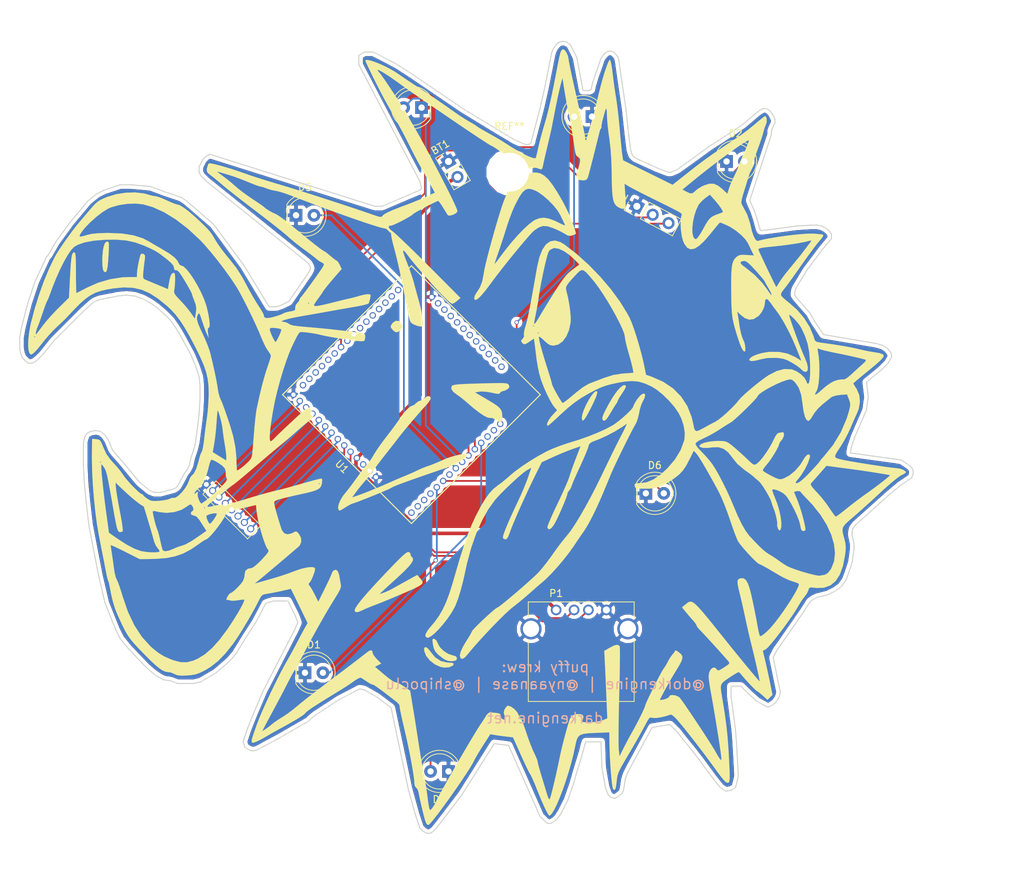
<source format=kicad_pcb>
(kicad_pcb (version 4) (host pcbnew 4.0.5)
  (layers (0 F.Cu signal) (31 B.Cu signal) (34 B.Paste user hide) (35 F.Paste user hide) (36 B.SilkS user) (37 F.SilkS user) (38 B.Mask user) (39 F.Mask user) (44 Edge.Cuts user))
  (net 0 "")
  (net 1 GND)
  (net 2 +5V)
  (net 3 "Net-(D1-Pad2)")
  (net 4 "Net-(D2-Pad2)")
  (net 5 "Net-(D3-Pad2)")
  (net 6 "Net-(D4-Pad2)")
  (net 7 "Net-(D5-Pad2)")
  (net 8 "Net-(D6-Pad2)")
  (net 9 "Net-(D7-Pad2)")
  (net 10 "Net-(P1-Pad3)")
  (net 11 "Net-(P1-Pad2)")
  (net 12 "Net-(P2-Pad2)")
  (net 13 "Net-(P2-Pad3)")
  (net 14 "Net-(P3-Pad2)")
  (net 15 "Net-(P3-Pad3)")
  (net 16 "Net-(P3-Pad4)")
  (net 17 "Net-(P3-Pad5)")
  (net 18 "Net-(P3-Pad6)")
  (net 19 "Net-(P3-Pad7)")
  (net 20 "Net-(P3-Pad8)")
  (module Socket_Strips:Socket_Strip_Straight_1x02_Pitch2.54mm (layer F.Cu) (at 101.6 66.04 30)
    (fp_text reference BT1 (at 0 -2.33 30) (layer F.SilkS))
    (fp_text value Battery)
    (pad 1 thru_hole rect (at 0 0 30) (size 1.7 1.7) (drill 1) (layers *.Cu *.Mask) (net 1 GND))
    (pad 2 thru_hole oval (at 0 2.54 30) (size 1.7 1.7) (drill 1) (layers *.Cu *.Mask) (net 2 +5V))
  )
  (module LEDs:LED_D5.0mm (layer F.Cu) (at 81.28 138.43)
    (fp_text reference D1 (at 1.27 -3.96) (layer F.SilkS))
    (fp_text value LED)
    (pad 1 thru_hole rect (at 0 0) (size 1.8 1.8) (drill 0.9) (layers *.Cu *.Mask) (net 1 GND))
    (pad 2 thru_hole circle (at 2.54 0) (size 1.8 1.8) (drill 0.9) (layers *.Cu *.Mask) (net 3 "Net-(D1-Pad2)"))
  )
  (module LEDs:LED_D5.0mm (layer F.Cu) (at 140.97 66.04)
    (fp_text reference D2 (at 1.27 -3.96) (layer F.SilkS))
    (fp_text value LED)
    (pad 1 thru_hole rect (at 0 0) (size 1.8 1.8) (drill 0.9) (layers *.Cu *.Mask) (net 1 GND))
    (pad 2 thru_hole circle (at 2.54 0) (size 1.8 1.8) (drill 0.9) (layers *.Cu *.Mask) (net 4 "Net-(D2-Pad2)"))
  )
  (module LEDs:LED_D5.0mm (layer F.Cu) (at 121.92 59.69 180)
    (fp_text reference D3 (at 1.27 -3.96 180) (layer F.SilkS))
    (fp_text value LED)
    (pad 1 thru_hole rect (at 0 0 180) (size 1.8 1.8) (drill 0.9) (layers *.Cu *.Mask) (net 1 GND))
    (pad 2 thru_hole circle (at 2.54 0 180) (size 1.8 1.8) (drill 0.9) (layers *.Cu *.Mask) (net 5 "Net-(D3-Pad2)"))
  )
  (module LEDs:LED_D5.0mm (layer F.Cu) (at 97.79 58.42 180)
    (fp_text reference D4 (at 1.27 -3.96 180) (layer F.SilkS))
    (fp_text value LED)
    (pad 1 thru_hole rect (at 0 0 180) (size 1.8 1.8) (drill 0.9) (layers *.Cu *.Mask) (net 1 GND))
    (pad 2 thru_hole circle (at 2.54 0 180) (size 1.8 1.8) (drill 0.9) (layers *.Cu *.Mask) (net 6 "Net-(D4-Pad2)"))
  )
  (module LEDs:LED_D5.0mm (layer F.Cu) (at 80.01 73.66)
    (fp_text reference D5 (at 1.27 -3.96) (layer F.SilkS))
    (fp_text value LED)
    (pad 1 thru_hole rect (at 0 0) (size 1.8 1.8) (drill 0.9) (layers *.Cu *.Mask) (net 1 GND))
    (pad 2 thru_hole circle (at 2.54 0) (size 1.8 1.8) (drill 0.9) (layers *.Cu *.Mask) (net 7 "Net-(D5-Pad2)"))
  )
  (module LEDs:LED_D5.0mm (layer F.Cu) (at 129.54 113.03)
    (fp_text reference D6 (at 1.27 -3.96) (layer F.SilkS))
    (fp_text value LED)
    (pad 1 thru_hole rect (at 0 0) (size 1.8 1.8) (drill 0.9) (layers *.Cu *.Mask) (net 1 GND))
    (pad 2 thru_hole circle (at 2.54 0) (size 1.8 1.8) (drill 0.9) (layers *.Cu *.Mask) (net 8 "Net-(D6-Pad2)"))
  )
  (module LEDs:LED_D5.0mm (layer F.Cu) (at 101.6 152.4 180)
    (fp_text reference D7 (at 1.27 -3.96 180) (layer F.SilkS))
    (fp_text value LED)
    (pad 1 thru_hole rect (at 0 0 180) (size 1.8 1.8) (drill 0.9) (layers *.Cu *.Mask) (net 1 GND))
    (pad 2 thru_hole circle (at 2.54 0 180) (size 1.8 1.8) (drill 0.9) (layers *.Cu *.Mask) (net 9 "Net-(D7-Pad2)"))
  )
  (module Connectors:USB_A (layer F.Cu) (at 116.84 129.54)
    (fp_text reference P1 (at 0 -2.35) (layer F.SilkS))
    (fp_text value USB_A)
    (pad 4 thru_hole circle (at 7.11 0 270) (size 1.5 1.5) (drill 1) (layers *.Cu *.Mask) (net 1 GND))
    (pad 3 thru_hole circle (at 4.57 0 270) (size 1.5 1.5) (drill 1) (layers *.Cu *.Mask) (net 10 "Net-(P1-Pad3)"))
    (pad 2 thru_hole circle (at 2.54 0 270) (size 1.5 1.5) (drill 1) (layers *.Cu *.Mask) (net 11 "Net-(P1-Pad2)"))
    (pad 1 thru_hole circle (at 0 0 270) (size 1.5 1.5) (drill 1) (layers *.Cu *.Mask) (net 2 +5V))
    (pad 5 thru_hole circle (at 10.16 2.67 270) (size 3 3) (drill 2.3) (layers *.Cu *.Mask) (net 1 GND))
    (pad 5 thru_hole circle (at -3.56 2.67 270) (size 3 3) (drill 2.3) (layers *.Cu *.Mask) (net 1 GND))
  )
  (module Socket_Strips:Socket_Strip_Straight_1x03_Pitch2.54mm (layer F.Cu) (at 128.27 72.39 62)
    (fp_text reference P2 (at 0 -2.33 62) (layer F.SilkS))
    (fp_text value CONN_01X03)
    (pad 1 thru_hole rect (at 0 0 62) (size 1.7 1.7) (drill 1) (layers *.Cu *.Mask) (net 1 GND))
    (pad 2 thru_hole oval (at 0 2.54 62) (size 1.7 1.7) (drill 1) (layers *.Cu *.Mask) (net 12 "Net-(P2-Pad2)"))
    (pad 3 thru_hole oval (at 0 5.08 62) (size 1.7 1.7) (drill 1) (layers *.Cu *.Mask) (net 13 "Net-(P2-Pad3)"))
  )
  (module vocore:Vocore2 (layer F.Cu) (at 78.105 99.06 315)
    (fp_text reference U1 (at 13.1572 1.27 315) (layer F.SilkS))
    (fp_text value Vocore2)
    (pad 7 thru_hole circle (at 24.7142 -1.0922 315) (size 0.9144 0.9144) (drill 0.6096) (layers *.Cu *.Mask))
    (pad 44 thru_hole circle (at 1.0922 -10.6172 315) (size 0.9144 0.9144) (drill 0.6096) (layers *.Cu *.Mask) (net 12 "Net-(P2-Pad2)"))
    (pad 8 thru_hole circle (at 5.1562 -24.7142 315) (size 0.9144 0.9144) (drill 0.6096) (layers *.Cu *.Mask) (net 1 GND))
    (pad 28 thru_hole circle (at 6.4262 -24.7142 315) (size 0.9144 0.9144) (drill 0.6096) (layers *.Cu *.Mask))
    (pad 26 thru_hole circle (at 8.9662 -24.7142 315) (size 0.9144 0.9144) (drill 0.6096) (layers *.Cu *.Mask))
    (pad 25 thru_hole circle (at 7.6962 -24.7142 315) (size 0.9144 0.9144) (drill 0.6096) (layers *.Cu *.Mask))
    (pad 21 thru_hole circle (at 12.7762 -24.7142 315) (size 0.9144 0.9144) (drill 0.6096) (layers *.Cu *.Mask))
    (pad 20 thru_hole circle (at 14.0462 -24.7142 315) (size 0.9144 0.9144) (drill 0.6096) (layers *.Cu *.Mask))
    (pad 24 thru_hole circle (at 11.5062 -24.7142 315) (size 0.9144 0.9144) (drill 0.6096) (layers *.Cu *.Mask))
    (pad 27 thru_hole circle (at 10.2362 -24.7142 315) (size 0.9144 0.9144) (drill 0.6096) (layers *.Cu *.Mask))
    (pad 16 thru_hole circle (at 17.8562 -24.7142 315) (size 0.9144 0.9144) (drill 0.6096) (layers *.Cu *.Mask))
    (pad 17 thru_hole circle (at 19.1262 -24.7142 315) (size 0.9144 0.9144) (drill 0.6096) (layers *.Cu *.Mask))
    (pad 19 thru_hole circle (at 15.3162 -24.7142 315) (size 0.9144 0.9144) (drill 0.6096) (layers *.Cu *.Mask))
    (pad 18 thru_hole circle (at 16.5862 -24.7142 315) (size 0.9144 0.9144) (drill 0.6096) (layers *.Cu *.Mask))
    (pad 62 thru_hole circle (at 12.5222 -1.0922 315) (size 0.9144 0.9144) (drill 0.6096) (layers *.Cu *.Mask) (net 11 "Net-(P1-Pad2)"))
    (pad 61 thru_hole circle (at 11.2522 -1.0922 315) (size 0.9144 0.9144) (drill 0.6096) (layers *.Cu *.Mask) (net 10 "Net-(P1-Pad3)"))
    (pad 12 thru_hole circle (at 16.3322 -1.0922 315) (size 0.9144 0.9144) (drill 0.6096) (layers *.Cu *.Mask))
    (pad 13 thru_hole circle (at 17.6022 -1.0922 315) (size 0.9144 0.9144) (drill 0.6096) (layers *.Cu *.Mask) (net 1 GND))
    (pad 11 thru_hole circle (at 15.0622 -1.0922 315) (size 0.9144 0.9144) (drill 0.6096) (layers *.Cu *.Mask))
    (pad 10 thru_hole circle (at 13.7922 -1.0922 315) (size 0.9144 0.9144) (drill 0.6096) (layers *.Cu *.Mask) (net 2 +5V))
    (pad 55 thru_hole circle (at 6.1722 -1.0922 315) (size 0.9144 0.9144) (drill 0.6096) (layers *.Cu *.Mask) (net 17 "Net-(P3-Pad5)"))
    (pad 56 thru_hole circle (at 7.4422 -1.0922 315) (size 0.9144 0.9144) (drill 0.6096) (layers *.Cu *.Mask) (net 18 "Net-(P3-Pad6)"))
    (pad 9 thru_hole circle (at 9.9822 -1.0922 315) (size 0.9144 0.9144) (drill 0.6096) (layers *.Cu *.Mask) (net 20 "Net-(P3-Pad8)"))
    (pad 57 thru_hole circle (at 8.7122 -1.0922 315) (size 0.9144 0.9144) (drill 0.6096) (layers *.Cu *.Mask) (net 19 "Net-(P3-Pad7)"))
    (pad 52 thru_hole circle (at 3.6322 -1.0922 315) (size 0.9144 0.9144) (drill 0.6096) (layers *.Cu *.Mask) (net 15 "Net-(P3-Pad3)"))
    (pad 54 thru_hole circle (at 4.9022 -1.0922 315) (size 0.9144 0.9144) (drill 0.6096) (layers *.Cu *.Mask) (net 16 "Net-(P3-Pad4)"))
    (pad 51 thru_hole circle (at 2.3622 -1.0922 315) (size 0.9144 0.9144) (drill 0.6096) (layers *.Cu *.Mask) (net 14 "Net-(P3-Pad2)"))
    (pad 6 thru_hole circle (at 24.7142 -2.3622 315) (size 0.9144 0.9144) (drill 0.6096) (layers *.Cu *.Mask))
    (pad 5 thru_hole circle (at 24.7142 -3.6322 315) (size 0.9144 0.9144) (drill 0.6096) (layers *.Cu *.Mask))
    (pad 136 thru_hole circle (at 24.7142 -6.1722 315) (size 0.9144 0.9144) (drill 0.6096) (layers *.Cu *.Mask) (net 9 "Net-(D7-Pad2)"))
    (pad 4 thru_hole circle (at 24.7142 -4.9022 315) (size 0.9144 0.9144) (drill 0.6096) (layers *.Cu *.Mask))
    (pad 142 thru_hole circle (at 24.7142 -9.9822 315) (size 0.9144 0.9144) (drill 0.6096) (layers *.Cu *.Mask) (net 7 "Net-(D5-Pad2)"))
    (pad 143 thru_hole circle (at 24.7142 -11.2522 315) (size 0.9144 0.9144) (drill 0.6096) (layers *.Cu *.Mask) (net 6 "Net-(D4-Pad2)"))
    (pad 138 thru_hole circle (at 24.7142 -8.7122 315) (size 0.9144 0.9144) (drill 0.6096) (layers *.Cu *.Mask))
    (pad 137 thru_hole circle (at 24.7142 -7.4422 315) (size 0.9144 0.9144) (drill 0.6096) (layers *.Cu *.Mask) (net 8 "Net-(D6-Pad2)"))
    (pad 148 thru_hole circle (at 24.7142 -17.6022 315) (size 0.9144 0.9144) (drill 0.6096) (layers *.Cu *.Mask))
    (pad 3 thru_hole circle (at 24.7142 -18.8722 315) (size 0.9144 0.9144) (drill 0.6096) (layers *.Cu *.Mask))
    (pad 141 thru_hole circle (at 24.7142 -15.0622 315) (size 0.9144 0.9144) (drill 0.6096) (layers *.Cu *.Mask) (net 3 "Net-(D1-Pad2)"))
    (pad 147 thru_hole circle (at 24.7142 -16.3322 315) (size 0.9144 0.9144) (drill 0.6096) (layers *.Cu *.Mask))
    (pad 140 thru_hole circle (at 24.7142 -13.7922 315) (size 0.9144 0.9144) (drill 0.6096) (layers *.Cu *.Mask) (net 4 "Net-(D2-Pad2)"))
    (pad 139 thru_hole circle (at 24.7142 -12.5222 315) (size 0.9144 0.9144) (drill 0.6096) (layers *.Cu *.Mask) (net 5 "Net-(D3-Pad2)"))
    (pad 1 thru_hole circle (at 1.0922 -22.0472 315) (size 0.9144 0.9144) (drill 0.6096) (layers *.Cu *.Mask))
    (pad 43 thru_hole circle (at 1.0922 -11.8872 315) (size 0.9144 0.9144) (drill 0.6096) (layers *.Cu *.Mask) (net 13 "Net-(P2-Pad3)"))
    (pad 36 thru_hole circle (at 1.0922 -13.1572 315) (size 0.9144 0.9144) (drill 0.6096) (layers *.Cu *.Mask))
    (pad 34 thru_hole circle (at 1.0922 -15.6972 315) (size 0.9144 0.9144) (drill 0.6096) (layers *.Cu *.Mask))
    (pad 35 thru_hole circle (at 1.0922 -14.4272 315) (size 0.9144 0.9144) (drill 0.6096) (layers *.Cu *.Mask))
    (pad 31 thru_hole circle (at 1.0922 -19.5072 315) (size 0.9144 0.9144) (drill 0.6096) (layers *.Cu *.Mask))
    (pad 30 thru_hole circle (at 1.0922 -20.7772 315) (size 0.9144 0.9144) (drill 0.6096) (layers *.Cu *.Mask))
    (pad 29 thru_hole circle (at 1.0922 -18.2372 315) (size 0.9144 0.9144) (drill 0.6096) (layers *.Cu *.Mask))
    (pad 33 thru_hole circle (at 1.0922 -16.9672 315) (size 0.9144 0.9144) (drill 0.6096) (layers *.Cu *.Mask))
    (pad 48 thru_hole circle (at 1.0922 -5.5372 315) (size 0.9144 0.9144) (drill 0.6096) (layers *.Cu *.Mask))
    (pad 47 thru_hole circle (at 1.0922 -6.8072 315) (size 0.9144 0.9144) (drill 0.6096) (layers *.Cu *.Mask))
    (pad 45 thru_hole circle (at 1.0922 -9.3472 315) (size 0.9144 0.9144) (drill 0.6096) (layers *.Cu *.Mask))
    (pad 46 thru_hole circle (at 1.0922 -8.0772 315) (size 0.9144 0.9144) (drill 0.6096) (layers *.Cu *.Mask))
    (pad 50 thru_hole circle (at 1.0922 -2.9972 315) (size 0.9144 0.9144) (drill 0.6096) (layers *.Cu *.Mask))
    (pad 49 thru_hole circle (at 1.0922 -4.2672 315) (size 0.9144 0.9144) (drill 0.6096) (layers *.Cu *.Mask))
    (pad 2 thru_hole circle (at 1.0922 -1.0922 315) (size 0.9144 0.9144) (drill 0.6096) (layers *.Cu *.Mask) (net 1 GND))
  )
  (module puffy:puffy (layer F.Cu) (at 102.87 104.14)
    (fp_text reference G*** hide)
    (fp_text value LOGO hide)
  )
  (module Socket_Strips:Socket_Strip_Straight_1x08_Pitch1.27mm (layer F.Cu) (at 67.31 111.76 45)
    (fp_text reference P3 (at 0 -1.695 45) (layer F.SilkS))
    (fp_text value CONN_01X08)
    (pad 1 thru_hole rect (at 0 0 45) (size 1 1) (drill 0.7) (layers *.Cu *.Mask) (net 1 GND))
    (pad 2 thru_hole oval (at 0 1.27 45) (size 1 1) (drill 0.7) (layers *.Cu *.Mask) (net 14 "Net-(P3-Pad2)"))
    (pad 3 thru_hole oval (at 0 2.54 45) (size 1 1) (drill 0.7) (layers *.Cu *.Mask) (net 15 "Net-(P3-Pad3)"))
    (pad 4 thru_hole oval (at 0 3.81 45) (size 1 1) (drill 0.7) (layers *.Cu *.Mask) (net 16 "Net-(P3-Pad4)"))
    (pad 5 thru_hole oval (at 0 5.08 45) (size 1 1) (drill 0.7) (layers *.Cu *.Mask) (net 17 "Net-(P3-Pad5)"))
    (pad 6 thru_hole oval (at 0 6.35 45) (size 1 1) (drill 0.7) (layers *.Cu *.Mask) (net 18 "Net-(P3-Pad6)"))
    (pad 7 thru_hole oval (at 0 7.62 45) (size 1 1) (drill 0.7) (layers *.Cu *.Mask) (net 19 "Net-(P3-Pad7)"))
    (pad 8 thru_hole oval (at 0 8.89 45) (size 1 1) (drill 0.7) (layers *.Cu *.Mask) (net 20 "Net-(P3-Pad8)"))
  )
  (module Mounting_Holes:MountingHole_5.5mm (layer F.Cu) (at 110.236 67.564)
    (fp_text reference REF** (at 0 -6.5) (layer F.SilkS))
    (fp_text value MountingHole_5.5mm)
    (pad 1 np_thru_hole circle (at 0 0) (size 5.5 5.5) (drill 5.5) (layers *.Cu *.Mask))
  )
  (gr_line (start 91.948 51.054) (end 90.932 50.546) (angle 90) (layer Edge.Cuts) (width 0.15))
  (gr_line (start 94.361 52.324) (end 91.948 51.054) (angle 90) (layer Edge.Cuts) (width 0.15))
  (gr_line (start 96.52 53.721) (end 94.361 52.324) (angle 90) (layer Edge.Cuts) (width 0.15))
  (gr_line (start 100.076 56.134) (end 96.52 53.721) (angle 90) (layer Edge.Cuts) (width 0.15))
  (gr_line (start 103.632 58.547) (end 100.076 56.134) (angle 90) (layer Edge.Cuts) (width 0.15))
  (gr_line (start 108.839 61.722) (end 103.632 58.547) (angle 90) (layer Edge.Cuts) (width 0.15))
  (gr_line (start 110.998 62.992) (end 108.839 61.722) (angle 90) (layer Edge.Cuts) (width 0.15))
  (gr_line (start 112.141 63.5) (end 110.998 62.992) (angle 90) (layer Edge.Cuts) (width 0.15))
  (gr_line (start 112.522 63.627) (end 112.141 63.5) (angle 90) (layer Edge.Cuts) (width 0.15))
  (gr_line (start 113.03 63.627) (end 112.522 63.627) (angle 90) (layer Edge.Cuts) (width 0.15))
  (gr_line (start 113.284 63.373) (end 113.03 63.627) (angle 90) (layer Edge.Cuts) (width 0.15))
  (gr_line (start 114.554 58.547) (end 113.284 63.373) (angle 90) (layer Edge.Cuts) (width 0.15))
  (gr_line (start 115.189 55.753) (end 114.554 58.547) (angle 90) (layer Edge.Cuts) (width 0.15))
  (gr_line (start 116.205 50.673) (end 115.189 55.753) (angle 90) (layer Edge.Cuts) (width 0.15))
  (gr_line (start 116.459 50.038) (end 116.205 50.673) (angle 90) (layer Edge.Cuts) (width 0.15))
  (gr_line (start 116.84 49.53) (end 116.459 50.038) (angle 90) (layer Edge.Cuts) (width 0.15))
  (gr_line (start 117.221 49.149) (end 116.84 49.53) (angle 90) (layer Edge.Cuts) (width 0.15))
  (gr_line (start 117.856 49.022) (end 117.221 49.149) (angle 90) (layer Edge.Cuts) (width 0.15))
  (gr_line (start 118.364 49.149) (end 117.856 49.022) (angle 90) (layer Edge.Cuts) (width 0.15))
  (gr_line (start 118.872 49.53) (end 118.364 49.149) (angle 90) (layer Edge.Cuts) (width 0.15))
  (gr_line (start 119.253 50.292) (end 118.872 49.53) (angle 90) (layer Edge.Cuts) (width 0.15))
  (gr_line (start 119.761 51.308) (end 119.253 50.292) (angle 90) (layer Edge.Cuts) (width 0.15))
  (gr_line (start 120.65 56.007) (end 119.761 51.308) (angle 90) (layer Edge.Cuts) (width 0.15))
  (gr_line (start 121.539 56.007) (end 120.65 56.007) (angle 90) (layer Edge.Cuts) (width 0.15))
  (gr_line (start 121.793 55.88) (end 121.539 56.007) (angle 90) (layer Edge.Cuts) (width 0.15))
  (gr_line (start 121.92 55.245) (end 121.793 55.88) (angle 90) (layer Edge.Cuts) (width 0.15))
  (gr_line (start 122.301 53.975) (end 121.92 55.245) (angle 90) (layer Edge.Cuts) (width 0.15))
  (gr_line (start 122.809 52.578) (end 122.301 53.975) (angle 90) (layer Edge.Cuts) (width 0.15))
  (gr_line (start 123.19 51.435) (end 122.809 52.578) (angle 90) (layer Edge.Cuts) (width 0.15))
  (gr_line (start 123.571 50.927) (end 123.19 51.435) (angle 90) (layer Edge.Cuts) (width 0.15))
  (gr_line (start 123.825 50.673) (end 123.571 50.927) (angle 90) (layer Edge.Cuts) (width 0.15))
  (gr_line (start 124.206 50.419) (end 123.825 50.673) (angle 90) (layer Edge.Cuts) (width 0.15))
  (gr_line (start 124.587 50.419) (end 124.206 50.419) (angle 90) (layer Edge.Cuts) (width 0.15))
  (gr_line (start 124.968 50.546) (end 124.587 50.419) (angle 90) (layer Edge.Cuts) (width 0.15))
  (gr_line (start 125.349 50.927) (end 124.968 50.546) (angle 90) (layer Edge.Cuts) (width 0.15))
  (gr_line (start 125.603 51.308) (end 125.349 50.927) (angle 90) (layer Edge.Cuts) (width 0.15))
  (gr_line (start 125.73 51.816) (end 125.603 51.308) (angle 90) (layer Edge.Cuts) (width 0.15))
  (gr_line (start 125.984 53.594) (end 125.73 51.816) (angle 90) (layer Edge.Cuts) (width 0.15))
  (gr_line (start 126.746 58.801) (end 125.984 53.594) (angle 90) (layer Edge.Cuts) (width 0.15))
  (gr_line (start 127.127 62.357) (end 126.746 58.801) (angle 90) (layer Edge.Cuts) (width 0.15))
  (gr_line (start 127.381 64.389) (end 127.127 62.357) (angle 90) (layer Edge.Cuts) (width 0.15))
  (gr_line (start 127.508 64.77) (end 127.381 64.389) (angle 90) (layer Edge.Cuts) (width 0.15))
  (gr_line (start 127.635 65.151) (end 127.508 64.77) (angle 90) (layer Edge.Cuts) (width 0.15))
  (gr_line (start 128.016 65.532) (end 127.635 65.151) (angle 90) (layer Edge.Cuts) (width 0.15))
  (gr_line (start 131.064 66.929) (end 128.016 65.532) (angle 90) (layer Edge.Cuts) (width 0.15))
  (gr_line (start 132.715 67.564) (end 131.064 66.929) (angle 90) (layer Edge.Cuts) (width 0.15))
  (gr_line (start 133.096 67.564) (end 132.715 67.564) (angle 90) (layer Edge.Cuts) (width 0.15))
  (gr_line (start 133.985 67.183) (end 133.096 67.564) (angle 90) (layer Edge.Cuts) (width 0.15))
  (gr_line (start 135.763 65.913) (end 133.985 67.183) (angle 90) (layer Edge.Cuts) (width 0.15))
  (gr_line (start 138.557 63.881) (end 135.763 65.913) (angle 90) (layer Edge.Cuts) (width 0.15))
  (gr_line (start 139.954 62.992) (end 138.557 63.881) (angle 90) (layer Edge.Cuts) (width 0.15))
  (gr_line (start 140.716 62.484) (end 139.954 62.992) (angle 90) (layer Edge.Cuts) (width 0.15))
  (gr_line (start 142.113 61.595) (end 140.716 62.484) (angle 90) (layer Edge.Cuts) (width 0.15))
  (gr_line (start 143.383 60.706) (end 142.113 61.595) (angle 90) (layer Edge.Cuts) (width 0.15))
  (gr_line (start 145.161 59.182) (end 143.383 60.706) (angle 90) (layer Edge.Cuts) (width 0.15))
  (gr_line (start 145.669 58.801) (end 145.161 59.182) (angle 90) (layer Edge.Cuts) (width 0.15))
  (gr_line (start 146.177 58.547) (end 145.669 58.801) (angle 90) (layer Edge.Cuts) (width 0.15))
  (gr_line (start 146.558 58.547) (end 146.177 58.547) (angle 90) (layer Edge.Cuts) (width 0.15))
  (gr_line (start 147.066 58.801) (end 146.558 58.547) (angle 90) (layer Edge.Cuts) (width 0.15))
  (gr_line (start 147.447 59.309) (end 147.066 58.801) (angle 90) (layer Edge.Cuts) (width 0.15))
  (gr_line (start 147.828 60.071) (end 147.447 59.309) (angle 90) (layer Edge.Cuts) (width 0.15))
  (gr_line (start 147.828 60.579) (end 147.828 60.071) (angle 90) (layer Edge.Cuts) (width 0.15))
  (gr_line (start 147.447 61.341) (end 147.828 60.579) (angle 90) (layer Edge.Cuts) (width 0.15))
  (gr_line (start 147.32 61.722) (end 147.447 61.341) (angle 90) (layer Edge.Cuts) (width 0.15))
  (gr_line (start 147.32 62.23) (end 147.32 61.722) (angle 90) (layer Edge.Cuts) (width 0.15))
  (gr_line (start 144.272 71.501) (end 147.32 62.23) (angle 90) (layer Edge.Cuts) (width 0.15))
  (gr_line (start 144.399 71.882) (end 144.272 71.501) (angle 90) (layer Edge.Cuts) (width 0.15))
  (gr_line (start 144.907 73.025) (end 144.399 71.882) (angle 90) (layer Edge.Cuts) (width 0.15))
  (gr_line (start 145.288 74.168) (end 144.907 73.025) (angle 90) (layer Edge.Cuts) (width 0.15))
  (gr_line (start 145.669 75.565) (end 145.288 74.168) (angle 90) (layer Edge.Cuts) (width 0.15))
  (gr_line (start 145.796 75.819) (end 145.669 75.565) (angle 90) (layer Edge.Cuts) (width 0.15))
  (gr_line (start 146.05 75.819) (end 145.796 75.819) (angle 90) (layer Edge.Cuts) (width 0.15))
  (gr_line (start 148.082 75.565) (end 146.05 75.819) (angle 90) (layer Edge.Cuts) (width 0.15))
  (gr_line (start 150.876 75.184) (end 148.082 75.565) (angle 90) (layer Edge.Cuts) (width 0.15))
  (gr_line (start 152.908 75.057) (end 150.876 75.184) (angle 90) (layer Edge.Cuts) (width 0.15))
  (gr_line (start 153.797 75.057) (end 152.908 75.057) (angle 90) (layer Edge.Cuts) (width 0.15))
  (gr_line (start 154.432 75.184) (end 153.797 75.057) (angle 90) (layer Edge.Cuts) (width 0.15))
  (gr_line (start 154.94 75.438) (end 154.432 75.184) (angle 90) (layer Edge.Cuts) (width 0.15))
  (gr_line (start 155.448 75.819) (end 154.94 75.438) (angle 90) (layer Edge.Cuts) (width 0.15))
  (gr_line (start 155.829 76.327) (end 155.448 75.819) (angle 90) (layer Edge.Cuts) (width 0.15))
  (gr_line (start 155.829 76.962) (end 155.829 76.327) (angle 90) (layer Edge.Cuts) (width 0.15))
  (gr_line (start 154.559 78.486) (end 155.829 76.962) (angle 90) (layer Edge.Cuts) (width 0.15))
  (gr_line (start 152.273 81.534) (end 154.559 78.486) (angle 90) (layer Edge.Cuts) (width 0.15))
  (gr_line (start 150.749 84.074) (end 152.273 81.534) (angle 90) (layer Edge.Cuts) (width 0.15))
  (gr_line (start 150.622 84.582) (end 150.749 84.074) (angle 90) (layer Edge.Cuts) (width 0.15))
  (gr_line (start 150.622 84.963) (end 150.622 84.582) (angle 90) (layer Edge.Cuts) (width 0.15))
  (gr_line (start 150.876 85.344) (end 150.622 84.963) (angle 90) (layer Edge.Cuts) (width 0.15))
  (gr_line (start 152.781 87.503) (end 150.876 85.344) (angle 90) (layer Edge.Cuts) (width 0.15))
  (gr_line (start 153.416 88.646) (end 152.781 87.503) (angle 90) (layer Edge.Cuts) (width 0.15))
  (gr_line (start 154.686 90.551) (end 153.416 88.646) (angle 90) (layer Edge.Cuts) (width 0.15))
  (gr_line (start 162.179 91.821) (end 154.686 90.551) (angle 90) (layer Edge.Cuts) (width 0.15))
  (gr_line (start 163.068 92.075) (end 162.179 91.821) (angle 90) (layer Edge.Cuts) (width 0.15))
  (gr_line (start 163.703 92.456) (end 163.068 92.075) (angle 90) (layer Edge.Cuts) (width 0.15))
  (gr_line (start 164.211 93.091) (end 163.703 92.456) (angle 90) (layer Edge.Cuts) (width 0.15))
  (gr_line (start 164.338 93.472) (end 164.211 93.091) (angle 90) (layer Edge.Cuts) (width 0.15))
  (gr_line (start 164.338 93.726) (end 164.338 93.472) (angle 90) (layer Edge.Cuts) (width 0.15))
  (gr_line (start 163.83 94.615) (end 164.338 93.726) (angle 90) (layer Edge.Cuts) (width 0.15))
  (gr_line (start 162.814 95.631) (end 163.83 94.615) (angle 90) (layer Edge.Cuts) (width 0.15))
  (gr_line (start 160.782 97.282) (end 162.814 95.631) (angle 90) (layer Edge.Cuts) (width 0.15))
  (gr_line (start 161.036 99.441) (end 160.782 97.282) (angle 90) (layer Edge.Cuts) (width 0.15))
  (gr_line (start 160.909 100.203) (end 161.036 99.441) (angle 90) (layer Edge.Cuts) (width 0.15))
  (gr_line (start 160.782 101.219) (end 160.909 100.203) (angle 90) (layer Edge.Cuts) (width 0.15))
  (gr_line (start 159.131 105.029) (end 160.782 101.219) (angle 90) (layer Edge.Cuts) (width 0.15))
  (gr_line (start 158.623 106.553) (end 159.131 105.029) (angle 90) (layer Edge.Cuts) (width 0.15))
  (gr_line (start 158.496 107.315) (end 158.623 106.553) (angle 90) (layer Edge.Cuts) (width 0.15))
  (gr_line (start 164.973 108.204) (end 158.496 107.315) (angle 90) (layer Edge.Cuts) (width 0.15))
  (gr_line (start 165.735 108.331) (end 164.973 108.204) (angle 90) (layer Edge.Cuts) (width 0.15))
  (gr_line (start 166.878 109.093) (end 165.735 108.331) (angle 90) (layer Edge.Cuts) (width 0.15))
  (gr_line (start 167.132 109.347) (end 166.878 109.093) (angle 90) (layer Edge.Cuts) (width 0.15))
  (gr_line (start 167.386 109.728) (end 167.132 109.347) (angle 90) (layer Edge.Cuts) (width 0.15))
  (gr_line (start 167.386 110.363) (end 167.386 109.728) (angle 90) (layer Edge.Cuts) (width 0.15))
  (gr_line (start 167.132 110.871) (end 167.386 110.363) (angle 90) (layer Edge.Cuts) (width 0.15))
  (gr_line (start 165.608 111.887) (end 167.132 110.871) (angle 90) (layer Edge.Cuts) (width 0.15))
  (gr_line (start 164.084 113.157) (end 165.608 111.887) (angle 90) (layer Edge.Cuts) (width 0.15))
  (gr_line (start 159.258 117.475) (end 164.084 113.157) (angle 90) (layer Edge.Cuts) (width 0.15))
  (gr_line (start 158.877 117.983) (end 159.258 117.475) (angle 90) (layer Edge.Cuts) (width 0.15))
  (gr_line (start 158.75 118.491) (end 158.877 117.983) (angle 90) (layer Edge.Cuts) (width 0.15))
  (gr_line (start 158.75 118.999) (end 158.75 118.491) (angle 90) (layer Edge.Cuts) (width 0.15))
  (gr_line (start 159.004 120.142) (end 158.75 118.999) (angle 90) (layer Edge.Cuts) (width 0.15))
  (gr_line (start 159.004 121.031) (end 159.004 120.142) (angle 90) (layer Edge.Cuts) (width 0.15))
  (gr_line (start 158.75 122.809) (end 159.004 121.031) (angle 90) (layer Edge.Cuts) (width 0.15))
  (gr_line (start 158.242 124.333) (end 158.75 122.809) (angle 90) (layer Edge.Cuts) (width 0.15))
  (gr_line (start 157.861 125.349) (end 158.242 124.333) (angle 90) (layer Edge.Cuts) (width 0.15))
  (gr_line (start 157.226 126.238) (end 157.861 125.349) (angle 90) (layer Edge.Cuts) (width 0.15))
  (gr_line (start 156.337 126.873) (end 157.226 126.238) (angle 90) (layer Edge.Cuts) (width 0.15))
  (gr_line (start 155.321 127.381) (end 156.337 126.873) (angle 90) (layer Edge.Cuts) (width 0.15))
  (gr_line (start 153.797 127.762) (end 155.321 127.381) (angle 90) (layer Edge.Cuts) (width 0.15))
  (gr_line (start 153.289 128.016) (end 153.797 127.762) (angle 90) (layer Edge.Cuts) (width 0.15))
  (gr_line (start 152.781 128.397) (end 153.289 128.016) (angle 90) (layer Edge.Cuts) (width 0.15))
  (gr_line (start 151.892 129.794) (end 152.781 128.397) (angle 90) (layer Edge.Cuts) (width 0.15))
  (gr_line (start 148.717 134.366) (end 151.892 129.794) (angle 90) (layer Edge.Cuts) (width 0.15))
  (gr_line (start 148.082 135.255) (end 148.717 134.366) (angle 90) (layer Edge.Cuts) (width 0.15))
  (gr_line (start 147.701 136.017) (end 148.082 135.255) (angle 90) (layer Edge.Cuts) (width 0.15))
  (gr_line (start 147.574 136.271) (end 147.701 136.017) (angle 90) (layer Edge.Cuts) (width 0.15))
  (gr_line (start 148.463 140.589) (end 147.574 136.271) (angle 90) (layer Edge.Cuts) (width 0.15))
  (gr_line (start 148.59 141.097) (end 148.463 140.589) (angle 90) (layer Edge.Cuts) (width 0.15))
  (gr_line (start 148.463 141.732) (end 148.59 141.097) (angle 90) (layer Edge.Cuts) (width 0.15))
  (gr_line (start 148.209 142.24) (end 148.463 141.732) (angle 90) (layer Edge.Cuts) (width 0.15))
  (gr_line (start 147.828 142.748) (end 148.209 142.24) (angle 90) (layer Edge.Cuts) (width 0.15))
  (gr_line (start 147.066 143.256) (end 147.828 142.748) (angle 90) (layer Edge.Cuts) (width 0.15))
  (gr_line (start 146.685 143.256) (end 147.066 143.256) (angle 90) (layer Edge.Cuts) (width 0.15))
  (gr_line (start 145.288 142.494) (end 146.685 143.256) (angle 90) (layer Edge.Cuts) (width 0.15))
  (gr_line (start 144.145 141.478) (end 145.288 142.494) (angle 90) (layer Edge.Cuts) (width 0.15))
  (gr_line (start 143.383 140.716) (end 144.145 141.478) (angle 90) (layer Edge.Cuts) (width 0.15))
  (gr_line (start 143.002 140.335) (end 143.383 140.716) (angle 90) (layer Edge.Cuts) (width 0.15))
  (gr_line (start 142.621 140.335) (end 143.002 140.335) (angle 90) (layer Edge.Cuts) (width 0.15))
  (gr_line (start 141.605 140.335) (end 142.621 140.335) (angle 90) (layer Edge.Cuts) (width 0.15))
  (gr_line (start 141.605 141.732) (end 141.605 140.335) (angle 90) (layer Edge.Cuts) (width 0.15))
  (gr_line (start 142.24 146.558) (end 141.605 141.732) (angle 90) (layer Edge.Cuts) (width 0.15))
  (gr_line (start 142.367 148.209) (end 142.24 146.558) (angle 90) (layer Edge.Cuts) (width 0.15))
  (gr_line (start 142.621 152.654) (end 142.367 148.209) (angle 90) (layer Edge.Cuts) (width 0.15))
  (gr_line (start 142.621 153.162) (end 142.621 152.654) (angle 90) (layer Edge.Cuts) (width 0.15))
  (gr_line (start 142.494 153.67) (end 142.621 153.162) (angle 90) (layer Edge.Cuts) (width 0.15))
  (gr_line (start 142.367 154.178) (end 142.494 153.67) (angle 90) (layer Edge.Cuts) (width 0.15))
  (gr_line (start 142.24 154.686) (end 142.367 154.178) (angle 90) (layer Edge.Cuts) (width 0.15))
  (gr_line (start 141.605 155.067) (end 142.24 154.686) (angle 90) (layer Edge.Cuts) (width 0.15))
  (gr_line (start 140.843 155.194) (end 141.605 155.067) (angle 90) (layer Edge.Cuts) (width 0.15))
  (gr_line (start 140.462 154.94) (end 140.843 155.194) (angle 90) (layer Edge.Cuts) (width 0.15))
  (gr_line (start 140.081 154.686) (end 140.462 154.94) (angle 90) (layer Edge.Cuts) (width 0.15))
  (gr_line (start 139.065 153.416) (end 140.081 154.686) (angle 90) (layer Edge.Cuts) (width 0.15))
  (gr_line (start 137.287 151.003) (end 139.065 153.416) (angle 90) (layer Edge.Cuts) (width 0.15))
  (gr_line (start 136.017 149.352) (end 137.287 151.003) (angle 90) (layer Edge.Cuts) (width 0.15))
  (gr_line (start 134.874 147.955) (end 136.017 149.352) (angle 90) (layer Edge.Cuts) (width 0.15))
  (gr_line (start 133.985 146.812) (end 134.874 147.955) (angle 90) (layer Edge.Cuts) (width 0.15))
  (gr_line (start 133.35 146.177) (end 133.985 146.812) (angle 90) (layer Edge.Cuts) (width 0.15))
  (gr_line (start 132.969 145.796) (end 133.35 146.177) (angle 90) (layer Edge.Cuts) (width 0.15))
  (gr_line (start 132.715 145.796) (end 132.969 145.796) (angle 90) (layer Edge.Cuts) (width 0.15))
  (gr_line (start 130.429 146.177) (end 132.715 145.796) (angle 90) (layer Edge.Cuts) (width 0.15))
  (gr_line (start 127.254 152.019) (end 130.429 146.177) (angle 90) (layer Edge.Cuts) (width 0.15))
  (gr_line (start 126.873 152.781) (end 127.254 152.019) (angle 90) (layer Edge.Cuts) (width 0.15))
  (gr_line (start 126.746 153.162) (end 126.873 152.781) (angle 90) (layer Edge.Cuts) (width 0.15))
  (gr_line (start 126.619 153.543) (end 126.746 153.162) (angle 90) (layer Edge.Cuts) (width 0.15))
  (gr_line (start 126.492 154.432) (end 126.619 153.543) (angle 90) (layer Edge.Cuts) (width 0.15))
  (gr_line (start 126.365 155.067) (end 126.492 154.432) (angle 90) (layer Edge.Cuts) (width 0.15))
  (gr_line (start 126.238 155.448) (end 126.365 155.067) (angle 90) (layer Edge.Cuts) (width 0.15))
  (gr_line (start 125.603 155.956) (end 126.238 155.448) (angle 90) (layer Edge.Cuts) (width 0.15))
  (gr_line (start 125.222 156.21) (end 125.603 155.956) (angle 90) (layer Edge.Cuts) (width 0.15))
  (gr_line (start 124.587 156.083) (end 125.222 156.21) (angle 90) (layer Edge.Cuts) (width 0.15))
  (gr_line (start 124.206 155.702) (end 124.587 156.083) (angle 90) (layer Edge.Cuts) (width 0.15))
  (gr_line (start 123.825 154.686) (end 124.206 155.702) (angle 90) (layer Edge.Cuts) (width 0.15))
  (gr_line (start 123.571 153.289) (end 123.825 154.686) (angle 90) (layer Edge.Cuts) (width 0.15))
  (gr_line (start 123.317 151.765) (end 123.571 153.289) (angle 90) (layer Edge.Cuts) (width 0.15))
  (gr_line (start 123.19 148.209) (end 123.317 151.765) (angle 90) (layer Edge.Cuts) (width 0.15))
  (gr_line (start 121.031 148.209) (end 123.19 148.209) (angle 90) (layer Edge.Cuts) (width 0.15))
  (gr_line (start 120.904 148.59) (end 121.031 148.209) (angle 90) (layer Edge.Cuts) (width 0.15))
  (gr_line (start 120.65 149.606) (end 120.904 148.59) (angle 90) (layer Edge.Cuts) (width 0.15))
  (gr_line (start 119.761 152.527) (end 120.65 149.606) (angle 90) (layer Edge.Cuts) (width 0.15))
  (gr_line (start 119.253 154.305) (end 119.761 152.527) (angle 90) (layer Edge.Cuts) (width 0.15))
  (gr_line (start 118.491 156.464) (end 119.253 154.305) (angle 90) (layer Edge.Cuts) (width 0.15))
  (gr_line (start 117.602 158.242) (end 118.491 156.464) (angle 90) (layer Edge.Cuts) (width 0.15))
  (gr_line (start 117.094 159.004) (end 117.602 158.242) (angle 90) (layer Edge.Cuts) (width 0.15))
  (gr_line (start 116.713 159.385) (end 117.094 159.004) (angle 90) (layer Edge.Cuts) (width 0.15))
  (gr_line (start 116.078 159.766) (end 116.713 159.385) (angle 90) (layer Edge.Cuts) (width 0.15))
  (gr_line (start 115.697 159.766) (end 116.078 159.766) (angle 90) (layer Edge.Cuts) (width 0.15))
  (gr_line (start 115.316 159.512) (end 115.697 159.766) (angle 90) (layer Edge.Cuts) (width 0.15))
  (gr_line (start 114.935 159.131) (end 115.316 159.512) (angle 90) (layer Edge.Cuts) (width 0.15))
  (gr_line (start 114.554 158.75) (end 114.935 159.131) (angle 90) (layer Edge.Cuts) (width 0.15))
  (gr_line (start 110.109 148.717) (end 114.554 158.75) (angle 90) (layer Edge.Cuts) (width 0.15))
  (gr_line (start 108.077 148.463) (end 110.109 148.717) (angle 90) (layer Edge.Cuts) (width 0.15))
  (gr_line (start 103.505 155.702) (end 108.077 148.463) (angle 90) (layer Edge.Cuts) (width 0.15))
  (gr_line (start 100.203 160.02) (end 103.505 155.702) (angle 90) (layer Edge.Cuts) (width 0.15))
  (gr_line (start 99.568 160.782) (end 100.203 160.02) (angle 90) (layer Edge.Cuts) (width 0.15))
  (gr_line (start 99.06 161.163) (end 99.568 160.782) (angle 90) (layer Edge.Cuts) (width 0.15))
  (gr_line (start 98.552 161.163) (end 99.06 161.163) (angle 90) (layer Edge.Cuts) (width 0.15))
  (gr_line (start 98.044 160.909) (end 98.552 161.163) (angle 90) (layer Edge.Cuts) (width 0.15))
  (gr_line (start 97.536 160.401) (end 98.044 160.909) (angle 90) (layer Edge.Cuts) (width 0.15))
  (gr_line (start 96.901 158.496) (end 97.536 160.401) (angle 90) (layer Edge.Cuts) (width 0.15))
  (gr_line (start 95.885 154.813) (end 96.901 158.496) (angle 90) (layer Edge.Cuts) (width 0.15))
  (gr_line (start 93.472 143.383) (end 95.885 154.813) (angle 90) (layer Edge.Cuts) (width 0.15))
  (gr_line (start 91.44 141.859) (end 93.472 143.383) (angle 90) (layer Edge.Cuts) (width 0.15))
  (gr_line (start 89.662 140.843) (end 91.44 141.859) (angle 90) (layer Edge.Cuts) (width 0.15))
  (gr_line (start 89.027 140.716) (end 89.662 140.843) (angle 90) (layer Edge.Cuts) (width 0.15))
  (gr_line (start 86.106 142.24) (end 89.027 140.716) (angle 90) (layer Edge.Cuts) (width 0.15))
  (gr_line (start 82.804 144.399) (end 86.106 142.24) (angle 90) (layer Edge.Cuts) (width 0.15))
  (gr_line (start 82.169 144.907) (end 82.804 144.399) (angle 90) (layer Edge.Cuts) (width 0.15))
  (gr_line (start 81.788 145.288) (end 82.169 144.907) (angle 90) (layer Edge.Cuts) (width 0.15))
  (gr_line (start 77.597 147.701) (end 81.788 145.288) (angle 90) (layer Edge.Cuts) (width 0.15))
  (gr_line (start 75.692 148.717) (end 77.597 147.701) (angle 90) (layer Edge.Cuts) (width 0.15))
  (gr_line (start 74.549 149.352) (end 75.692 148.717) (angle 90) (layer Edge.Cuts) (width 0.15))
  (gr_line (start 74.041 149.479) (end 74.549 149.352) (angle 90) (layer Edge.Cuts) (width 0.15))
  (gr_line (start 73.66 149.479) (end 74.041 149.479) (angle 90) (layer Edge.Cuts) (width 0.15))
  (gr_line (start 73.152 149.225) (end 73.66 149.479) (angle 90) (layer Edge.Cuts) (width 0.15))
  (gr_line (start 72.771 148.971) (end 73.152 149.225) (angle 90) (layer Edge.Cuts) (width 0.15))
  (gr_line (start 72.644 148.59) (end 72.771 148.971) (angle 90) (layer Edge.Cuts) (width 0.15))
  (gr_line (start 72.517 148.209) (end 72.644 148.59) (angle 90) (layer Edge.Cuts) (width 0.15))
  (gr_line (start 72.644 147.828) (end 72.517 148.209) (angle 90) (layer Edge.Cuts) (width 0.15))
  (gr_line (start 73.152 146.304) (end 72.644 147.828) (angle 90) (layer Edge.Cuts) (width 0.15))
  (gr_line (start 73.914 144.399) (end 73.152 146.304) (angle 90) (layer Edge.Cuts) (width 0.15))
  (gr_line (start 75.311 141.097) (end 73.914 144.399) (angle 90) (layer Edge.Cuts) (width 0.15))
  (gr_line (start 77.597 136.652) (end 75.311 141.097) (angle 90) (layer Edge.Cuts) (width 0.15))
  (gr_line (start 79.883 132.207) (end 77.597 136.652) (angle 90) (layer Edge.Cuts) (width 0.15))
  (gr_line (start 80.264 131.318) (end 79.883 132.207) (angle 90) (layer Edge.Cuts) (width 0.15))
  (gr_line (start 79.883 130.302) (end 80.264 131.318) (angle 90) (layer Edge.Cuts) (width 0.15))
  (gr_line (start 78.867 128.27) (end 79.883 130.302) (angle 90) (layer Edge.Cuts) (width 0.15))
  (gr_line (start 76.835 128.27) (end 78.867 128.27) (angle 90) (layer Edge.Cuts) (width 0.15))
  (gr_line (start 75.946 128.524) (end 76.835 128.27) (angle 90) (layer Edge.Cuts) (width 0.15))
  (gr_line (start 75.692 128.651) (end 75.946 128.524) (angle 90) (layer Edge.Cuts) (width 0.15))
  (gr_line (start 75.184 129.667) (end 75.692 128.651) (angle 90) (layer Edge.Cuts) (width 0.15))
  (gr_line (start 74.295 131.318) (end 75.184 129.667) (angle 90) (layer Edge.Cuts) (width 0.15))
  (gr_line (start 72.898 133.477) (end 74.295 131.318) (angle 90) (layer Edge.Cuts) (width 0.15))
  (gr_line (start 71.501 135.763) (end 72.898 133.477) (angle 90) (layer Edge.Cuts) (width 0.15))
  (gr_line (start 70.612 136.779) (end 71.501 135.763) (angle 90) (layer Edge.Cuts) (width 0.15))
  (gr_line (start 69.596 137.668) (end 70.612 136.779) (angle 90) (layer Edge.Cuts) (width 0.15))
  (gr_line (start 68.707 138.43) (end 69.596 137.668) (angle 90) (layer Edge.Cuts) (width 0.15))
  (gr_line (start 66.548 139.7) (end 68.707 138.43) (angle 90) (layer Edge.Cuts) (width 0.15))
  (gr_line (start 65.532 139.954) (end 66.548 139.7) (angle 90) (layer Edge.Cuts) (width 0.15))
  (gr_line (start 64.897 139.954) (end 65.532 139.954) (angle 90) (layer Edge.Cuts) (width 0.15))
  (gr_line (start 63.246 139.954) (end 64.897 139.954) (angle 90) (layer Edge.Cuts) (width 0.15))
  (gr_line (start 62.23 139.573) (end 63.246 139.954) (angle 90) (layer Edge.Cuts) (width 0.15))
  (gr_line (start 61.341 139.446) (end 62.23 139.573) (angle 90) (layer Edge.Cuts) (width 0.15))
  (gr_line (start 60.579 139.065) (end 61.341 139.446) (angle 90) (layer Edge.Cuts) (width 0.15))
  (gr_line (start 59.69 138.43) (end 60.579 139.065) (angle 90) (layer Edge.Cuts) (width 0.15))
  (gr_line (start 58.801 137.668) (end 59.69 138.43) (angle 90) (layer Edge.Cuts) (width 0.15))
  (gr_line (start 56.261 135.001) (end 58.801 137.668) (angle 90) (layer Edge.Cuts) (width 0.15))
  (gr_line (start 55.118 133.604) (end 56.261 135.001) (angle 90) (layer Edge.Cuts) (width 0.15))
  (gr_line (start 54.483 132.334) (end 55.118 133.604) (angle 90) (layer Edge.Cuts) (width 0.15))
  (gr_line (start 52.959 128.524) (end 54.483 132.334) (angle 90) (layer Edge.Cuts) (width 0.15))
  (gr_line (start 52.07 124.714) (end 52.959 128.524) (angle 90) (layer Edge.Cuts) (width 0.15))
  (gr_line (start 51.181 120.142) (end 52.07 124.714) (angle 90) (layer Edge.Cuts) (width 0.15))
  (gr_line (start 50.673 117.475) (end 51.181 120.142) (angle 90) (layer Edge.Cuts) (width 0.15))
  (gr_line (start 50.292 114.173) (end 50.673 117.475) (angle 90) (layer Edge.Cuts) (width 0.15))
  (gr_line (start 50.038 111.633) (end 50.292 114.173) (angle 90) (layer Edge.Cuts) (width 0.15))
  (gr_line (start 49.911 108.966) (end 50.038 111.633) (angle 90) (layer Edge.Cuts) (width 0.15))
  (gr_line (start 49.911 106.172) (end 49.911 108.966) (angle 90) (layer Edge.Cuts) (width 0.15))
  (gr_line (start 49.911 105.791) (end 49.911 106.172) (angle 90) (layer Edge.Cuts) (width 0.15))
  (gr_line (start 50.038 105.283) (end 49.911 105.791) (angle 90) (layer Edge.Cuts) (width 0.15))
  (gr_line (start 50.165 104.902) (end 50.038 105.283) (angle 90) (layer Edge.Cuts) (width 0.15))
  (gr_line (start 50.419 104.521) (end 50.165 104.902) (angle 90) (layer Edge.Cuts) (width 0.15))
  (gr_line (start 50.927 104.267) (end 50.419 104.521) (angle 90) (layer Edge.Cuts) (width 0.15))
  (gr_line (start 51.689 104.14) (end 50.927 104.267) (angle 90) (layer Edge.Cuts) (width 0.15))
  (gr_line (start 52.324 104.267) (end 51.689 104.14) (angle 90) (layer Edge.Cuts) (width 0.15))
  (gr_line (start 52.959 104.775) (end 52.324 104.267) (angle 90) (layer Edge.Cuts) (width 0.15))
  (gr_line (start 53.467 105.537) (end 52.959 104.775) (angle 90) (layer Edge.Cuts) (width 0.15))
  (gr_line (start 53.721 106.172) (end 53.467 105.537) (angle 90) (layer Edge.Cuts) (width 0.15))
  (gr_line (start 53.975 106.807) (end 53.721 106.172) (angle 90) (layer Edge.Cuts) (width 0.15))
  (gr_line (start 54.356 107.315) (end 53.975 106.807) (angle 90) (layer Edge.Cuts) (width 0.15))
  (gr_line (start 55.372 108.458) (end 54.356 107.315) (angle 90) (layer Edge.Cuts) (width 0.15))
  (gr_line (start 56.007 109.22) (end 55.372 108.458) (angle 90) (layer Edge.Cuts) (width 0.15))
  (gr_line (start 57.15 110.617) (end 56.007 109.22) (angle 90) (layer Edge.Cuts) (width 0.15))
  (gr_line (start 57.912 111.506) (end 57.15 110.617) (angle 90) (layer Edge.Cuts) (width 0.15))
  (gr_line (start 59.309 112.649) (end 57.912 111.506) (angle 90) (layer Edge.Cuts) (width 0.15))
  (gr_line (start 59.944 112.903) (end 59.309 112.649) (angle 90) (layer Edge.Cuts) (width 0.15))
  (gr_line (start 60.833 112.903) (end 59.944 112.903) (angle 90) (layer Edge.Cuts) (width 0.15))
  (gr_line (start 62.738 112.395) (end 60.833 112.903) (angle 90) (layer Edge.Cuts) (width 0.15))
  (gr_line (start 63.119 112.141) (end 62.738 112.395) (angle 90) (layer Edge.Cuts) (width 0.15))
  (gr_line (start 63.373 111.76) (end 63.119 112.141) (angle 90) (layer Edge.Cuts) (width 0.15))
  (gr_line (start 64.262 110.109) (end 63.373 111.76) (angle 90) (layer Edge.Cuts) (width 0.15))
  (gr_line (start 64.643 109.601) (end 64.262 110.109) (angle 90) (layer Edge.Cuts) (width 0.15))
  (gr_line (start 64.897 109.093) (end 64.643 109.601) (angle 90) (layer Edge.Cuts) (width 0.15))
  (gr_line (start 65.151 107.95) (end 64.897 109.093) (angle 90) (layer Edge.Cuts) (width 0.15))
  (gr_line (start 65.532 106.807) (end 65.151 107.95) (angle 90) (layer Edge.Cuts) (width 0.15))
  (gr_line (start 65.786 105.791) (end 65.532 106.807) (angle 90) (layer Edge.Cuts) (width 0.15))
  (gr_line (start 66.167 102.87) (end 65.786 105.791) (angle 90) (layer Edge.Cuts) (width 0.15))
  (gr_line (start 66.294 101.727) (end 66.167 102.87) (angle 90) (layer Edge.Cuts) (width 0.15))
  (gr_line (start 66.421 99.695) (end 66.294 101.727) (angle 90) (layer Edge.Cuts) (width 0.15))
  (gr_line (start 66.421 97.79) (end 66.421 99.695) (angle 90) (layer Edge.Cuts) (width 0.15))
  (gr_line (start 66.294 96.52) (end 66.421 97.79) (angle 90) (layer Edge.Cuts) (width 0.15))
  (gr_line (start 65.786 94.996) (end 66.294 96.52) (angle 90) (layer Edge.Cuts) (width 0.15))
  (gr_line (start 65.151 93.472) (end 65.786 94.996) (angle 90) (layer Edge.Cuts) (width 0.15))
  (gr_line (start 64.262 91.821) (end 65.151 93.472) (angle 90) (layer Edge.Cuts) (width 0.15))
  (gr_line (start 63.5 90.424) (end 64.262 91.821) (angle 90) (layer Edge.Cuts) (width 0.15))
  (gr_line (start 62.865 89.408) (end 63.5 90.424) (angle 90) (layer Edge.Cuts) (width 0.15))
  (gr_line (start 62.23 88.519) (end 62.865 89.408) (angle 90) (layer Edge.Cuts) (width 0.15))
  (gr_line (start 61.341 87.63) (end 62.23 88.519) (angle 90) (layer Edge.Cuts) (width 0.15))
  (gr_line (start 60.325 86.741) (end 61.341 87.63) (angle 90) (layer Edge.Cuts) (width 0.15))
  (gr_line (start 59.436 86.106) (end 60.325 86.741) (angle 90) (layer Edge.Cuts) (width 0.15))
  (gr_line (start 58.293 85.471) (end 59.436 86.106) (angle 90) (layer Edge.Cuts) (width 0.15))
  (gr_line (start 57.15 85.09) (end 58.293 85.471) (angle 90) (layer Edge.Cuts) (width 0.15))
  (gr_line (start 56.007 84.963) (end 57.15 85.09) (angle 90) (layer Edge.Cuts) (width 0.15))
  (gr_line (start 54.737 85.09) (end 56.007 84.963) (angle 90) (layer Edge.Cuts) (width 0.15))
  (gr_line (start 54.229 85.217) (end 54.737 85.09) (angle 90) (layer Edge.Cuts) (width 0.15))
  (gr_line (start 53.467 85.344) (end 54.229 85.217) (angle 90) (layer Edge.Cuts) (width 0.15))
  (gr_line (start 52.197 85.598) (end 53.467 85.344) (angle 90) (layer Edge.Cuts) (width 0.15))
  (gr_line (start 51.562 85.852) (end 52.197 85.598) (angle 90) (layer Edge.Cuts) (width 0.15))
  (gr_line (start 51.181 86.106) (end 51.562 85.852) (angle 90) (layer Edge.Cuts) (width 0.15))
  (gr_line (start 49.911 87.249) (end 51.181 86.106) (angle 90) (layer Edge.Cuts) (width 0.15))
  (gr_line (start 48.641 88.519) (end 49.911 87.249) (angle 90) (layer Edge.Cuts) (width 0.15))
  (gr_line (start 46.99 90.17) (end 48.641 88.519) (angle 90) (layer Edge.Cuts) (width 0.15))
  (gr_line (start 45.72 91.44) (end 46.99 90.17) (angle 90) (layer Edge.Cuts) (width 0.15))
  (gr_line (start 44.196 93.345) (end 45.72 91.44) (angle 90) (layer Edge.Cuts) (width 0.15))
  (gr_line (start 43.434 94.107) (end 44.196 93.345) (angle 90) (layer Edge.Cuts) (width 0.15))
  (gr_line (start 42.926 94.488) (end 43.434 94.107) (angle 90) (layer Edge.Cuts) (width 0.15))
  (gr_line (start 42.545 94.615) (end 42.926 94.488) (angle 90) (layer Edge.Cuts) (width 0.15))
  (gr_line (start 42.164 94.615) (end 42.545 94.615) (angle 90) (layer Edge.Cuts) (width 0.15))
  (gr_line (start 41.783 94.361) (end 42.164 94.615) (angle 90) (layer Edge.Cuts) (width 0.15))
  (gr_line (start 41.275 93.853) (end 41.783 94.361) (angle 90) (layer Edge.Cuts) (width 0.15))
  (gr_line (start 41.021 93.218) (end 41.275 93.853) (angle 90) (layer Edge.Cuts) (width 0.15))
  (gr_line (start 40.894 92.456) (end 41.021 93.218) (angle 90) (layer Edge.Cuts) (width 0.15))
  (gr_line (start 40.894 90.932) (end 40.894 92.456) (angle 90) (layer Edge.Cuts) (width 0.15))
  (gr_line (start 41.148 89.535) (end 40.894 90.932) (angle 90) (layer Edge.Cuts) (width 0.15))
  (gr_line (start 42.037 86.106) (end 41.148 89.535) (angle 90) (layer Edge.Cuts) (width 0.15))
  (gr_line (start 43.053 83.058) (end 42.037 86.106) (angle 90) (layer Edge.Cuts) (width 0.15))
  (gr_line (start 44.704 79.502) (end 43.053 83.058) (angle 90) (layer Edge.Cuts) (width 0.15))
  (gr_line (start 44.958 79.248) (end 44.704 79.502) (angle 90) (layer Edge.Cuts) (width 0.15))
  (gr_line (start 45.974 77.47) (end 44.958 79.248) (angle 90) (layer Edge.Cuts) (width 0.15))
  (gr_line (start 48.006 74.676) (end 45.974 77.47) (angle 90) (layer Edge.Cuts) (width 0.15))
  (gr_line (start 50.546 71.628) (end 48.006 74.676) (angle 90) (layer Edge.Cuts) (width 0.15))
  (gr_line (start 51.816 70.612) (end 50.546 71.628) (angle 90) (layer Edge.Cuts) (width 0.15))
  (gr_line (start 52.832 70.104) (end 51.816 70.612) (angle 90) (layer Edge.Cuts) (width 0.15))
  (gr_line (start 55.118 69.342) (end 52.832 70.104) (angle 90) (layer Edge.Cuts) (width 0.15))
  (gr_line (start 56.642 69.342) (end 55.118 69.342) (angle 90) (layer Edge.Cuts) (width 0.15))
  (gr_line (start 59.436 69.596) (end 56.642 69.342) (angle 90) (layer Edge.Cuts) (width 0.15))
  (gr_line (start 61.468 70.358) (end 59.436 69.596) (angle 90) (layer Edge.Cuts) (width 0.15))
  (gr_line (start 62.992 70.866) (end 61.468 70.358) (angle 90) (layer Edge.Cuts) (width 0.15))
  (gr_line (start 63.754 71.12) (end 62.992 70.866) (angle 90) (layer Edge.Cuts) (width 0.15))
  (gr_line (start 64.516 71.628) (end 63.754 71.12) (angle 90) (layer Edge.Cuts) (width 0.15))
  (gr_line (start 68.326 74.93) (end 64.516 71.628) (angle 90) (layer Edge.Cuts) (width 0.15))
  (gr_line (start 69.088 75.946) (end 68.326 74.93) (angle 90) (layer Edge.Cuts) (width 0.15))
  (gr_line (start 72.644 80.772) (end 69.088 75.946) (angle 90) (layer Edge.Cuts) (width 0.15))
  (gr_line (start 76.2 86.614) (end 72.644 80.772) (angle 90) (layer Edge.Cuts) (width 0.15))
  (gr_line (start 77.216 86.614) (end 76.2 86.614) (angle 90) (layer Edge.Cuts) (width 0.15))
  (gr_line (start 77.978 86.36) (end 77.216 86.614) (angle 90) (layer Edge.Cuts) (width 0.15))
  (gr_line (start 78.486 86.106) (end 77.978 86.36) (angle 90) (layer Edge.Cuts) (width 0.15))
  (gr_line (start 78.994 85.852) (end 78.486 86.106) (angle 90) (layer Edge.Cuts) (width 0.15))
  (gr_line (start 81.788 81.788) (end 78.994 85.852) (angle 90) (layer Edge.Cuts) (width 0.15))
  (gr_line (start 82.042 81.28) (end 81.788 81.788) (angle 90) (layer Edge.Cuts) (width 0.15))
  (gr_line (start 82.042 81.026) (end 82.042 81.28) (angle 90) (layer Edge.Cuts) (width 0.15))
  (gr_line (start 81.788 80.518) (end 82.042 81.026) (angle 90) (layer Edge.Cuts) (width 0.15))
  (gr_line (start 81.534 80.264) (end 81.788 80.518) (angle 90) (layer Edge.Cuts) (width 0.15))
  (gr_line (start 67.31 68.834) (end 81.534 80.264) (angle 90) (layer Edge.Cuts) (width 0.15))
  (gr_line (start 66.548 68.072) (end 67.31 68.834) (angle 90) (layer Edge.Cuts) (width 0.15))
  (gr_line (start 66.294 67.564) (end 66.548 68.072) (angle 90) (layer Edge.Cuts) (width 0.15))
  (gr_line (start 66.294 66.802) (end 66.294 67.564) (angle 90) (layer Edge.Cuts) (width 0.15))
  (gr_line (start 66.802 65.786) (end 66.294 66.802) (angle 90) (layer Edge.Cuts) (width 0.15))
  (gr_line (start 67.31 65.278) (end 66.802 65.786) (angle 90) (layer Edge.Cuts) (width 0.15))
  (gr_line (start 67.818 65.024) (end 67.31 65.278) (angle 90) (layer Edge.Cuts) (width 0.15))
  (gr_line (start 91.186 72.39) (end 67.818 65.024) (angle 90) (layer Edge.Cuts) (width 0.15))
  (gr_line (start 92.202 72.39) (end 91.186 72.39) (angle 90) (layer Edge.Cuts) (width 0.15))
  (gr_line (start 97.536 70.104) (end 92.202 72.39) (angle 90) (layer Edge.Cuts) (width 0.15))
  (gr_line (start 97.79 69.85) (end 97.536 70.104) (angle 90) (layer Edge.Cuts) (width 0.15))
  (gr_line (start 97.536 68.834) (end 97.79 69.85) (angle 90) (layer Edge.Cuts) (width 0.15))
  (gr_line (start 88.9 52.324) (end 97.536 68.834) (angle 90) (layer Edge.Cuts) (width 0.15))
  (gr_line (start 88.9 51.816) (end 88.9 52.324) (angle 90) (layer Edge.Cuts) (width 0.15))
  (gr_line (start 88.9 51.054) (end 88.9 51.816) (angle 90) (layer Edge.Cuts) (width 0.15))
  (gr_line (start 89.662 50.546) (end 88.9 51.054) (angle 90) (layer Edge.Cuts) (width 0.15))
  (gr_line (start 90.932 50.546) (end 89.662 50.546) (angle 90) (layer Edge.Cuts) (width 0.15))
  (gr_text "puffy krew:\n@dorkengine | @nyaanase | @shipoclu\n\ndarkengine.net" (at 115.316 141.224) (layer B.SilkS) (effects (font (size 1.5 1.5) (thickness 0.1984)) (justify mirror)))
  (segment (start 88.4975 108.1727) (end 88.6299 108.0403) (width 0.508) (layer F.Cu) (net 2))
  (segment (start 88.4975 109.2732) (end 88.4975 108.1727) (width 0.508) (layer F.Cu) (net 2))
  (segment (start 97.9211 118.6968) (end 88.4975 109.2732) (width 0.508) (layer F.Cu) (net 2))
  (segment (start 105.9968 118.6968) (end 97.9211 118.6968) (width 0.508) (layer F.Cu) (net 2))
  (segment (start 116.84 129.54) (end 105.9968 118.6968) (width 0.508) (layer F.Cu) (net 2))
  (segment (start 101.5632 68.9943) (end 101.5631 68.9942) (width 0.508) (layer F.Cu) (net 2))
  (segment (start 101.5632 69.5465) (end 101.5632 68.9943) (width 0.508) (layer F.Cu) (net 2))
  (segment (start 97.5725 73.5372) (end 101.5632 69.5465) (width 0.508) (layer F.Cu) (net 2))
  (segment (start 97.5725 99.0977) (end 97.5725 73.5372) (width 0.508) (layer F.Cu) (net 2))
  (segment (start 88.6299 108.0403) (end 97.5725 99.0977) (width 0.508) (layer F.Cu) (net 2))
  (segment (start 102.87 68.2397) (end 101.5631 68.9942) (width 0.508) (layer F.Cu) (net 2))
  (segment (start 106.2312 116.9569) (end 106.2312 105.885) (width 0.25) (layer B.Cu) (net 3))
  (segment (start 84.7581 138.43) (end 106.2312 116.9569) (width 0.25) (layer B.Cu) (net 3))
  (segment (start 83.82 138.43) (end 84.7581 138.43) (width 0.25) (layer B.Cu) (net 3))
  (segment (start 105.3331 104.2169) (end 143.51 66.04) (width 0.25) (layer F.Cu) (net 4))
  (segment (start 105.3331 106.783) (end 105.3331 104.2169) (width 0.25) (layer F.Cu) (net 4))
  (via (at 111.254 88.8312) (size 0.6) (layers F.Cu B.Cu) (net 5))
  (segment (start 111.254 94.7777) (end 111.254 88.8312) (width 0.25) (layer F.Cu) (net 5))
  (segment (start 104.4351 101.5966) (end 111.254 94.7777) (width 0.25) (layer F.Cu) (net 5))
  (segment (start 104.4351 107.681) (end 104.4351 101.5966) (width 0.25) (layer F.Cu) (net 5))
  (segment (start 119.38 80.7052) (end 119.38 59.69) (width 0.25) (layer B.Cu) (net 5))
  (segment (start 111.254 88.8312) (end 119.38 80.7052) (width 0.25) (layer B.Cu) (net 5))
  (segment (start 96.5294 57.1406) (end 95.25 58.42) (width 0.25) (layer B.Cu) (net 6))
  (segment (start 98.8647 57.1406) (end 96.5294 57.1406) (width 0.25) (layer B.Cu) (net 6))
  (segment (start 99.0754 57.3513) (end 98.8647 57.1406) (width 0.25) (layer B.Cu) (net 6))
  (segment (start 99.0754 60.0614) (end 99.0754 57.3513) (width 0.25) (layer B.Cu) (net 6))
  (segment (start 98.3892 60.7476) (end 99.0754 60.0614) (width 0.25) (layer B.Cu) (net 6))
  (segment (start 98.3892 103.4312) (end 98.3892 60.7476) (width 0.25) (layer B.Cu) (net 6))
  (segment (start 103.5371 108.5791) (end 98.3892 103.4312) (width 0.25) (layer B.Cu) (net 6))
  (segment (start 85.0285 73.66) (end 82.55 73.66) (width 0.25) (layer B.Cu) (net 7))
  (segment (start 95.287 83.9185) (end 85.0285 73.66) (width 0.25) (layer B.Cu) (net 7))
  (segment (start 95.287 102.125) (end 95.287 83.9185) (width 0.25) (layer B.Cu) (net 7))
  (segment (start 102.6391 109.4771) (end 95.287 102.125) (width 0.25) (layer B.Cu) (net 7))
  (segment (start 130.3231 111.2731) (end 132.08 113.03) (width 0.25) (layer F.Cu) (net 8))
  (segment (start 100.843 111.2731) (end 130.3231 111.2731) (width 0.25) (layer F.Cu) (net 8))
  (via (at 99.7933 122.5104) (size 0.6) (layers F.Cu B.Cu) (net 9))
  (segment (start 99.945 122.3587) (end 99.7933 122.5104) (width 0.25) (layer B.Cu) (net 9))
  (segment (start 99.945 112.1712) (end 99.945 122.3587) (width 0.25) (layer B.Cu) (net 9))
  (segment (start 99.06 123.2437) (end 99.06 152.4) (width 0.25) (layer F.Cu) (net 9))
  (segment (start 99.7933 122.5104) (end 99.06 123.2437) (width 0.25) (layer F.Cu) (net 9))
  (segment (start 86.8338 109.1602) (end 86.8338 106.2442) (width 0.25) (layer F.Cu) (net 10))
  (segment (start 99.5587 121.8851) (end 86.8338 109.1602) (width 0.25) (layer F.Cu) (net 10))
  (segment (start 105.613 121.8851) (end 99.5587 121.8851) (width 0.25) (layer F.Cu) (net 10))
  (segment (start 114.8778 131.1499) (end 105.613 121.8851) (width 0.25) (layer F.Cu) (net 10))
  (segment (start 119.8001 131.1499) (end 114.8778 131.1499) (width 0.25) (layer F.Cu) (net 10))
  (segment (start 121.41 129.54) (end 119.8001 131.1499) (width 0.25) (layer F.Cu) (net 10))
  (segment (start 118.227 130.693) (end 119.38 129.54) (width 0.25) (layer F.Cu) (net 11))
  (segment (start 115.1831 130.693) (end 118.227 130.693) (width 0.25) (layer F.Cu) (net 11))
  (segment (start 105.865 121.3749) (end 115.1831 130.693) (width 0.25) (layer F.Cu) (net 11))
  (segment (start 99.6976 121.3749) (end 105.865 121.3749) (width 0.25) (layer F.Cu) (net 11))
  (segment (start 87.7318 109.4091) (end 99.6976 121.3749) (width 0.25) (layer F.Cu) (net 11))
  (segment (start 87.7318 107.1422) (end 87.7318 109.4091) (width 0.25) (layer F.Cu) (net 11))
  (segment (start 130.1327 73.9625) (end 130.5127 73.5825) (width 0.25) (layer F.Cu) (net 12))
  (segment (start 125.744 73.9625) (end 130.1327 73.9625) (width 0.25) (layer F.Cu) (net 12))
  (segment (start 115.7981 64.0166) (end 125.744 73.9625) (width 0.25) (layer F.Cu) (net 12))
  (segment (start 100.9722 64.0166) (end 115.7981 64.0166) (width 0.25) (layer F.Cu) (net 12))
  (segment (start 98.269 66.7198) (end 100.9722 64.0166) (width 0.25) (layer F.Cu) (net 12))
  (segment (start 98.269 70.5251) (end 98.269 66.7198) (width 0.25) (layer F.Cu) (net 12))
  (segment (start 86.3848 82.4093) (end 98.269 70.5251) (width 0.25) (layer F.Cu) (net 12))
  (segment (start 86.3848 92.3248) (end 86.3848 82.4093) (width 0.25) (layer F.Cu) (net 12))
  (segment (start 132.6786 74.8517) (end 132.7554 74.7749) (width 0.25) (layer F.Cu) (net 13))
  (segment (start 112.8122 74.8517) (end 132.6786 74.8517) (width 0.25) (layer F.Cu) (net 13))
  (segment (start 102.4547 64.4942) (end 112.8122 74.8517) (width 0.25) (layer F.Cu) (net 13))
  (segment (start 101.1343 64.4942) (end 102.4547 64.4942) (width 0.25) (layer F.Cu) (net 13))
  (segment (start 99.4356 66.1929) (end 101.1343 64.4942) (width 0.25) (layer F.Cu) (net 13))
  (segment (start 99.4356 70.7784) (end 99.4356 66.1929) (width 0.25) (layer F.Cu) (net 13))
  (segment (start 87.2828 82.9312) (end 99.4356 70.7784) (width 0.25) (layer F.Cu) (net 13))
  (segment (start 87.2828 91.4268) (end 87.2828 82.9312) (width 0.25) (layer F.Cu) (net 13))
  (segment (start 80.5476 100.3184) (end 80.5476 99.958) (width 0.25) (layer B.Cu) (net 14))
  (segment (start 68.208 112.658) (end 80.5476 100.3184) (width 0.25) (layer B.Cu) (net 14))
  (segment (start 81.4457 101.2165) (end 81.4457 100.8561) (width 0.25) (layer B.Cu) (net 15))
  (segment (start 69.1061 113.5561) (end 81.4457 101.2165) (width 0.25) (layer B.Cu) (net 15))
  (segment (start 82.3437 102.1145) (end 82.3437 101.7541) (width 0.25) (layer B.Cu) (net 16))
  (segment (start 70.0041 114.4541) (end 82.3437 102.1145) (width 0.25) (layer B.Cu) (net 16))
  (segment (start 83.2417 103.0125) (end 83.2417 102.6521) (width 0.25) (layer B.Cu) (net 17))
  (segment (start 70.9021 115.3521) (end 83.2417 103.0125) (width 0.25) (layer B.Cu) (net 17))
  (segment (start 84.1397 103.9105) (end 84.1397 103.5501) (width 0.25) (layer B.Cu) (net 18))
  (segment (start 71.8001 116.2501) (end 84.1397 103.9105) (width 0.25) (layer B.Cu) (net 18))
  (segment (start 85.0378 104.8086) (end 85.0378 104.4482) (width 0.25) (layer B.Cu) (net 19))
  (segment (start 72.6982 117.1482) (end 85.0378 104.8086) (width 0.25) (layer B.Cu) (net 19))
  (segment (start 85.9358 105.7066) (end 85.9358 105.3462) (width 0.25) (layer B.Cu) (net 20))
  (segment (start 73.5962 118.0462) (end 85.9358 105.7066) (width 0.25) (layer B.Cu) (net 20))
  (zone (net 1) (net_name GND) (layer B.Cu) (connect_pads (clearance 0.508)) (min_thickness 0.254) (fill yes (arc_segments 16) (thermal_gap 0.508) (thermal_bridge_width 0.508))
    (polygon (pts (xy 39.37 66.04) (xy 95.25 43.18) (xy 151.13 52.07) (xy 175.26 104.14) (xy 153.67 154.94) (xy 104.14 166.37) (xy 52.07 160.02) (xy 38.1 106.68)))
  )
  (zone (net 1) (net_name GND) (layer F.Cu) (connect_pads (clearance 0.508)) (min_thickness 0.254) (fill yes (arc_segments 16) (thermal_gap 0.508) (thermal_bridge_width 0.508))
    (polygon (pts (xy 151.13 52.07) (xy 175.26 104.14) (xy 153.67 154.94) (xy 104.14 166.37) (xy 52.07 160.02) (xy 38.1 106.68) (xy 39.37 66.04) (xy 93.98 43.18) (xy 95.25 43.18)))
  )
)
</source>
